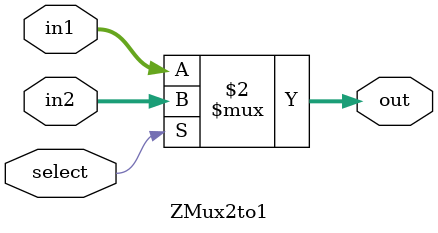
<source format=v>
`timescale 1ns / 1ps
module ZMux2to1(
	input select,
	input [23:0] in1,
	input [23:0] in2,
	output [23:0] out
    );
assign out=(select==1'b0)?in1:in2;
endmodule

</source>
